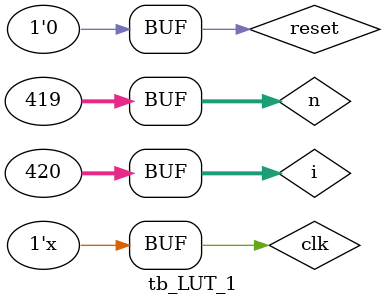
<source format=v>

`timescale 1ns / 1ps

module tb_LUT_1();
    reg clk, reset;
    reg [31:0] n; 
    wire [2:0] out_mod_1, out_mod_2, out_mod_3, out_mod_4;
    
//    reg [9:0] i;
    integer i;    
    
    initial begin
        clk = 0;
        reset = 1; #0.5
        reset = 0;
        //generate all negative numbers allowed in dynamic range
        for (i=-420; i<0; i=i+1)begin
            n = i; #2;
        end 
        //generate all positive numbers allowed in dynamic range
        for (i=0; i<420; i=i+1)begin
            n = i; #2;
        end 
    end
    
    always #1 clk = ~clk;
    //DUT module instantiation
    BIN2RNS_LUT_1 DUT(clk, reset, n,
    out_mod_1, out_mod_2, out_mod_3, out_mod_4
    );
     
endmodule

</source>
